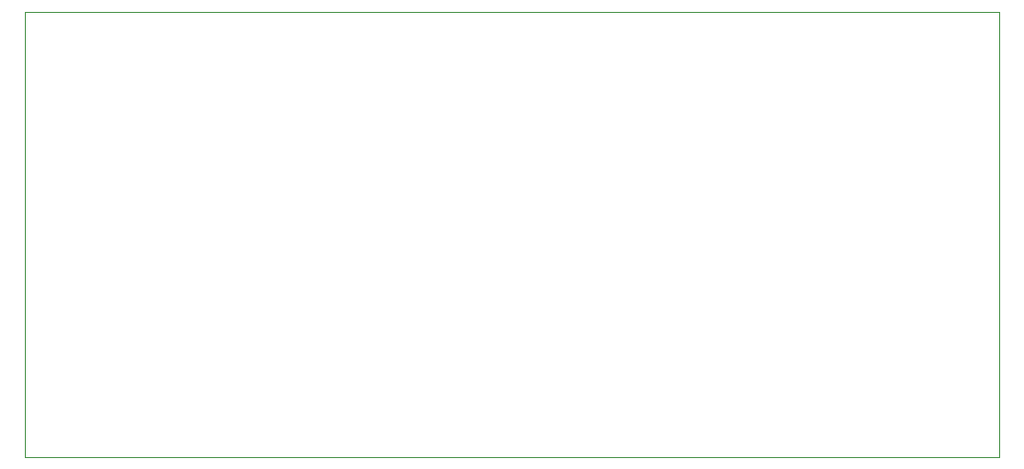
<source format=gbr>
%TF.GenerationSoftware,KiCad,Pcbnew,(5.1.10)-1*%
%TF.CreationDate,2022-05-16T12:08:26-06:00*%
%TF.ProjectId,Swapper01,53776170-7065-4723-9031-2e6b69636164,rev?*%
%TF.SameCoordinates,Original*%
%TF.FileFunction,Profile,NP*%
%FSLAX46Y46*%
G04 Gerber Fmt 4.6, Leading zero omitted, Abs format (unit mm)*
G04 Created by KiCad (PCBNEW (5.1.10)-1) date 2022-05-16 12:08:26*
%MOMM*%
%LPD*%
G01*
G04 APERTURE LIST*
%TA.AperFunction,Profile*%
%ADD10C,0.050000*%
%TD*%
G04 APERTURE END LIST*
D10*
X-11000000Y-13000000D02*
X-11000000Y25000000D01*
X72000000Y-13000000D02*
X-11000000Y-13000000D01*
X72000000Y25000000D02*
X72000000Y-13000000D01*
X-11000000Y25000000D02*
X72000000Y25000000D01*
M02*

</source>
